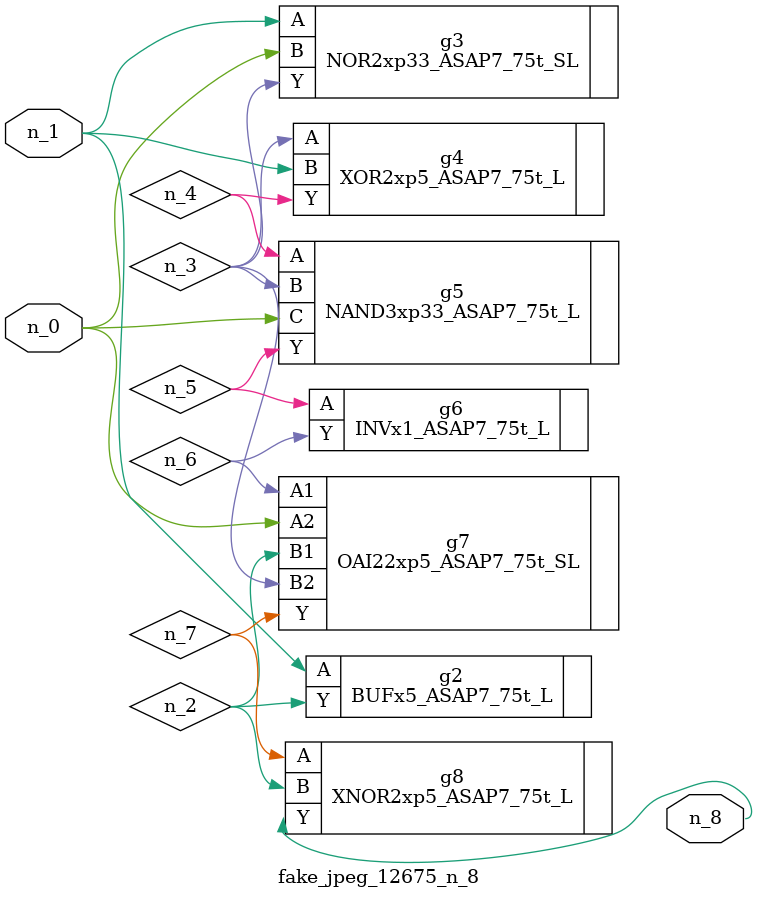
<source format=v>
module fake_jpeg_12675_n_8 (n_0, n_1, n_8);

input n_0;
input n_1;

output n_8;

wire n_3;
wire n_2;
wire n_4;
wire n_6;
wire n_5;
wire n_7;

BUFx5_ASAP7_75t_L g2 ( 
.A(n_1),
.Y(n_2)
);

NOR2xp33_ASAP7_75t_SL g3 ( 
.A(n_1),
.B(n_0),
.Y(n_3)
);

XOR2xp5_ASAP7_75t_L g4 ( 
.A(n_3),
.B(n_1),
.Y(n_4)
);

NAND3xp33_ASAP7_75t_L g5 ( 
.A(n_4),
.B(n_3),
.C(n_0),
.Y(n_5)
);

INVx1_ASAP7_75t_L g6 ( 
.A(n_5),
.Y(n_6)
);

OAI22xp5_ASAP7_75t_SL g7 ( 
.A1(n_6),
.A2(n_0),
.B1(n_2),
.B2(n_3),
.Y(n_7)
);

XNOR2xp5_ASAP7_75t_L g8 ( 
.A(n_7),
.B(n_2),
.Y(n_8)
);


endmodule
</source>
